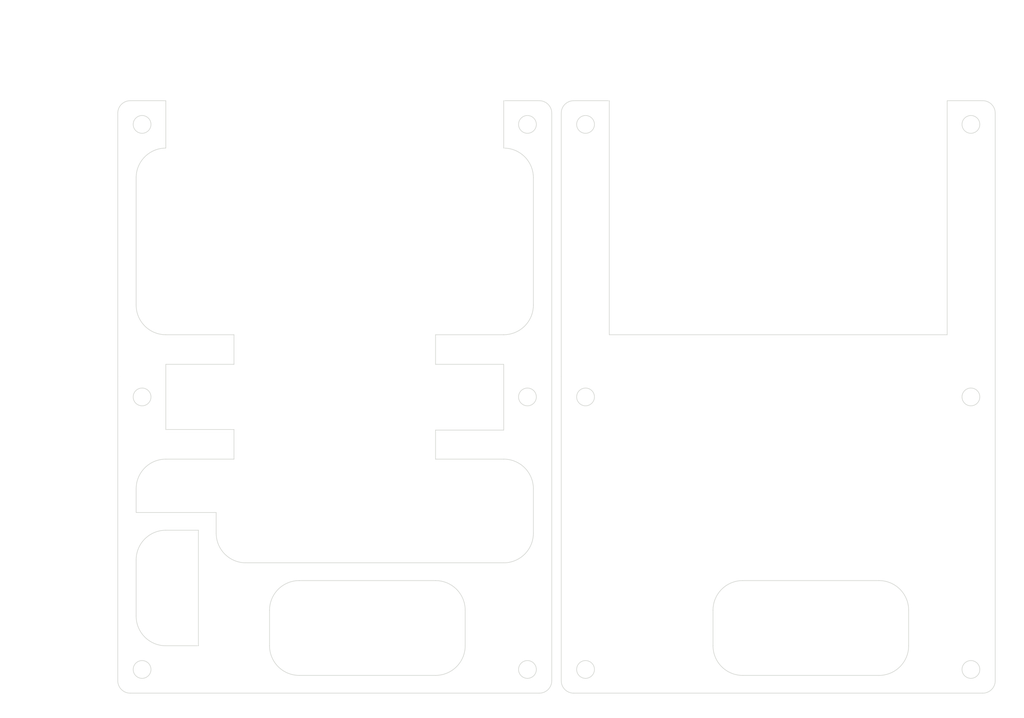
<source format=kicad_pcb>
(kicad_pcb (version 20171130) (host pcbnew "(5.1.6)-1")

  (general
    (thickness 1.6)
    (drawings 259)
    (tracks 0)
    (zones 0)
    (modules 0)
    (nets 1)
  )

  (page A4)
  (layers
    (0 F.Cu signal)
    (31 B.Cu signal)
    (32 B.Adhes user)
    (33 F.Adhes user)
    (34 B.Paste user)
    (35 F.Paste user)
    (36 B.SilkS user)
    (37 F.SilkS user)
    (38 B.Mask user)
    (39 F.Mask user)
    (40 Dwgs.User user)
    (41 Cmts.User user)
    (42 Eco1.User user)
    (43 Eco2.User user)
    (44 Edge.Cuts user)
    (45 Margin user)
    (46 B.CrtYd user)
    (47 F.CrtYd user)
    (48 B.Fab user)
    (49 F.Fab user)
  )

  (setup
    (last_trace_width 0.25)
    (user_trace_width 0.3)
    (user_trace_width 0.4)
    (user_trace_width 0.5)
    (user_trace_width 0.75)
    (user_trace_width 1)
    (user_trace_width 2)
    (user_trace_width 3)
    (user_trace_width 0.3)
    (user_trace_width 0.4)
    (user_trace_width 0.5)
    (user_trace_width 0.75)
    (user_trace_width 1)
    (user_trace_width 2)
    (user_trace_width 3)
    (user_trace_width 0.3)
    (user_trace_width 0.4)
    (user_trace_width 0.5)
    (user_trace_width 0.75)
    (user_trace_width 1)
    (user_trace_width 2)
    (user_trace_width 3)
    (user_trace_width 0.3)
    (user_trace_width 0.4)
    (user_trace_width 0.5)
    (user_trace_width 0.75)
    (user_trace_width 1)
    (user_trace_width 2)
    (user_trace_width 3)
    (user_trace_width 0.3)
    (user_trace_width 0.4)
    (user_trace_width 0.5)
    (user_trace_width 0.75)
    (user_trace_width 1)
    (user_trace_width 2)
    (user_trace_width 3)
    (user_trace_width 0.3)
    (user_trace_width 0.4)
    (user_trace_width 0.5)
    (user_trace_width 0.75)
    (user_trace_width 1)
    (user_trace_width 2)
    (user_trace_width 3)
    (trace_clearance 0.2)
    (zone_clearance 0.5)
    (zone_45_only yes)
    (trace_min 0.16)
    (via_size 0.8)
    (via_drill 0.4)
    (via_min_size 0.4)
    (via_min_drill 0.3)
    (user_via 0.65 0.3)
    (user_via 0.65 0.3)
    (user_via 0.65 0.3)
    (user_via 0.65 0.3)
    (user_via 0.65 0.3)
    (user_via 0.65 0.3)
    (uvia_size 0.3)
    (uvia_drill 0.1)
    (uvias_allowed no)
    (uvia_min_size 0.2)
    (uvia_min_drill 0.1)
    (edge_width 0.1)
    (segment_width 0.2)
    (pcb_text_width 0.3)
    (pcb_text_size 1.5 1.5)
    (mod_edge_width 0.15)
    (mod_text_size 1 1)
    (mod_text_width 0.15)
    (pad_size 5.5 5.5)
    (pad_drill 3.2)
    (pad_to_mask_clearance 0.05)
    (aux_axis_origin 111 49)
    (grid_origin 111 49)
    (visible_elements 7FFFFFFF)
    (pcbplotparams
      (layerselection 0x01000_7ffffffe)
      (usegerberextensions false)
      (usegerberattributes false)
      (usegerberadvancedattributes false)
      (creategerberjobfile false)
      (excludeedgelayer true)
      (linewidth 0.100000)
      (plotframeref false)
      (viasonmask false)
      (mode 1)
      (useauxorigin true)
      (hpglpennumber 1)
      (hpglpenspeed 20)
      (hpglpendiameter 15.000000)
      (psnegative false)
      (psa4output false)
      (plotreference true)
      (plotvalue true)
      (plotinvisibletext false)
      (padsonsilk false)
      (subtractmaskfromsilk true)
      (outputformat 3)
      (mirror false)
      (drillshape 0)
      (scaleselection 1)
      (outputdirectory "2_3_frame_Acryl10mm/"))
  )

  (net 0 "")

  (net_class Default "これはデフォルトのネット クラスです。"
    (clearance 0.2)
    (trace_width 0.25)
    (via_dia 0.8)
    (via_drill 0.4)
    (uvia_dia 0.3)
    (uvia_drill 0.1)
  )

  (gr_arc (start 132.5 122) (end 127.5 122) (angle -90) (layer Edge.Cuts) (width 0.1) (tstamp 5F34D379))
  (gr_arc (start 216.3 141) (end 211.3 141) (angle -90) (layer Edge.Cuts) (width 0.1) (tstamp 5F34C617))
  (gr_arc (start 216.3 135) (end 216.3 130) (angle -90) (layer Edge.Cuts) (width 0.1) (tstamp 5F34C610))
  (gr_arc (start 239.3 141) (end 239.3 146) (angle -90) (layer Edge.Cuts) (width 0.1) (tstamp 5F34C605))
  (gr_arc (start 239.3 135) (end 244.3 135) (angle -90) (layer Edge.Cuts) (width 0.1) (tstamp 5F34C5FF))
  (gr_arc (start 164.5 135) (end 169.5 135) (angle -90) (layer Edge.Cuts) (width 0.1) (tstamp 5F34C5F9))
  (gr_arc (start 164.5 141) (end 164.5 146) (angle -90) (layer Edge.Cuts) (width 0.1) (tstamp 5F34C5EE))
  (gr_arc (start 119 136) (end 114 136) (angle -90) (layer Edge.Cuts) (width 0.1) (tstamp 5F34C5E6))
  (gr_arc (start 141.5 135) (end 141.5 130) (angle -90) (layer Edge.Cuts) (width 0.1) (tstamp 5F34C5DE))
  (gr_arc (start 141.5 141) (end 136.5 141) (angle -90) (layer Edge.Cuts) (width 0.1) (tstamp 5F34C5CE))
  (gr_arc (start 119 126.5) (end 119 121.5) (angle -90) (layer Edge.Cuts) (width 0.1) (tstamp 5F34C5C7))
  (gr_arc (start 119 114.5) (end 119 109.5) (angle -90) (layer Edge.Cuts) (width 0.1) (tstamp 5F34C5BE))
  (gr_arc (start 176 114.5) (end 181 114.5) (angle -90) (layer Edge.Cuts) (width 0.1) (tstamp 5F34C5B3))
  (gr_arc (start 176 122) (end 176 127) (angle -90) (layer Edge.Cuts) (width 0.1) (tstamp 5F34C5AC))
  (gr_arc (start 176 83.5) (end 176 88.5) (angle -90) (layer Edge.Cuts) (width 0.1) (tstamp 5F34C5A6))
  (gr_arc (start 119 83.5) (end 114 83.5) (angle -90) (layer Edge.Cuts) (width 0.1) (tstamp 5F34C5A0))
  (gr_arc (start 176 62) (end 181 62) (angle -90) (layer Edge.Cuts) (width 0.1) (tstamp 5F34C589))
  (gr_arc (start 119 62) (end 119 57) (angle -90) (layer Edge.Cuts) (width 0.1) (tstamp 5F34C572))
  (dimension 148 (width 0.15) (layer Cmts.User)
    (gr_text "148.000 mm" (at 184.9 45.7) (layer Cmts.User)
      (effects (font (size 1 1) (thickness 0.15)))
    )
    (feature1 (pts (xy 258.9 149) (xy 258.9 46.413579)))
    (feature2 (pts (xy 110.9 149) (xy 110.9 46.413579)))
    (crossbar (pts (xy 110.9 47) (xy 258.9 47)))
    (arrow1a (pts (xy 258.9 47) (xy 257.773496 47.586421)))
    (arrow1b (pts (xy 258.9 47) (xy 257.773496 46.413579)))
    (arrow2a (pts (xy 110.9 47) (xy 112.026504 47.586421)))
    (arrow2b (pts (xy 110.9 47) (xy 112.026504 46.413579)))
  )
  (dimension 100 (width 0.15) (layer Cmts.User)
    (gr_text "100.000 mm" (at 262.4 99 270) (layer Cmts.User)
      (effects (font (size 1 1) (thickness 0.15)))
    )
    (feature1 (pts (xy 110.9 149) (xy 261.686421 149)))
    (feature2 (pts (xy 110.9 49) (xy 261.686421 49)))
    (crossbar (pts (xy 261.1 49) (xy 261.1 149)))
    (arrow1a (pts (xy 261.1 149) (xy 260.513579 147.873496)))
    (arrow1b (pts (xy 261.1 149) (xy 261.686421 147.873496)))
    (arrow2a (pts (xy 261.1 49) (xy 260.513579 50.126504)))
    (arrow2b (pts (xy 261.1 49) (xy 261.686421 50.126504)))
  )
  (dimension 148 (width 0.15) (layer Dwgs.User)
    (gr_text "148.000 mm" (at 184.9 45.3) (layer Dwgs.User)
      (effects (font (size 1 1) (thickness 0.15)))
    )
    (feature1 (pts (xy 258.9 146.9) (xy 258.9 46.013579)))
    (feature2 (pts (xy 110.9 146.9) (xy 110.9 46.013579)))
    (crossbar (pts (xy 110.9 46.6) (xy 258.9 46.6)))
    (arrow1a (pts (xy 258.9 46.6) (xy 257.773496 47.186421)))
    (arrow1b (pts (xy 258.9 46.6) (xy 257.773496 46.013579)))
    (arrow2a (pts (xy 110.9 46.6) (xy 112.026504 47.186421)))
    (arrow2b (pts (xy 110.9 46.6) (xy 112.026504 46.013579)))
  )
  (gr_line (start 185.7 146.9) (end 185.7 95.6) (layer Edge.Cuts) (width 0.1) (tstamp 5EFD41CE))
  (gr_line (start 187.8 149) (end 256.8 149) (layer Edge.Cuts) (width 0.1) (tstamp 5EFD41CD))
  (gr_arc (start 256.8 146.9) (end 256.8 149) (angle -90) (layer Edge.Cuts) (width 0.1) (tstamp 5EFD41CC))
  (gr_circle (center 254.8 145) (end 256.3 145) (layer Edge.Cuts) (width 0.1) (tstamp 5EFD41CB))
  (gr_circle (center 254.8 53) (end 256.3 53) (layer Edge.Cuts) (width 0.1) (tstamp 5EFD41CA))
  (gr_line (start 185.7 95.6) (end 185.7 51.1) (layer Edge.Cuts) (width 0.1) (tstamp 5EFD41C9))
  (gr_line (start 258.9 102.4) (end 258.9 51.1) (layer Edge.Cuts) (width 0.1) (tstamp 5EFD41C8))
  (gr_arc (start 187.8 146.9) (end 185.7 146.9) (angle -90) (layer Edge.Cuts) (width 0.1) (tstamp 5EFD41C7))
  (gr_circle (center 189.8 53) (end 191.3 53) (layer Edge.Cuts) (width 0.1) (tstamp 5EFD41C6))
  (gr_line (start 258.9 102.4) (end 258.9 146.9) (layer Edge.Cuts) (width 0.1) (tstamp 5EFD41C5))
  (gr_arc (start 187.8 51.1) (end 187.8 49) (angle -90) (layer Edge.Cuts) (width 0.1) (tstamp 5EFD41C4))
  (gr_circle (center 189.8 145) (end 188.3 145) (layer Edge.Cuts) (width 0.1) (tstamp 5EFD41C3))
  (gr_arc (start 256.8 51.1) (end 258.9 51.1) (angle -90) (layer Edge.Cuts) (width 0.1) (tstamp 5EFD41C2))
  (gr_line (start 193.8 49) (end 193.8 88.5) (layer Edge.Cuts) (width 0.1) (tstamp 5EFD41BD))
  (gr_circle (center 254.8 99) (end 256.3 99) (layer Edge.Cuts) (width 0.1) (tstamp 5EFD41B7))
  (gr_line (start 211.3 141) (end 211.3 135) (layer Edge.Cuts) (width 0.1) (tstamp 5EFD41B6))
  (gr_circle (center 189.8 99) (end 191.3 99) (layer Edge.Cuts) (width 0.1) (tstamp 5EFD41B2))
  (gr_line (start 256.8 49) (end 250.8 49) (layer Edge.Cuts) (width 0.1) (tstamp 5EFD41B0))
  (gr_line (start 216.3 130) (end 239.3 130) (layer Edge.Cuts) (width 0.1) (tstamp 5EFD41AD))
  (gr_line (start 244.3 135) (end 244.3 141) (layer Edge.Cuts) (width 0.1) (tstamp 5EFD41A8))
  (gr_line (start 250.8 88.5) (end 250.8 49) (layer Edge.Cuts) (width 0.1) (tstamp 5EFD41A3))
  (gr_line (start 187.8 49) (end 193.8 49) (layer Edge.Cuts) (width 0.1) (tstamp 5EFD41A2))
  (gr_line (start 239.3 146) (end 216.3 146) (layer Edge.Cuts) (width 0.1) (tstamp 5EFD41A0))
  (gr_line (start 193.8 88.5) (end 250.8 88.5) (layer Edge.Cuts) (width 0.1) (tstamp 5EFD419E))
  (dimension 100 (width 0.15) (layer Dwgs.User)
    (gr_text "100.000 mm" (at 262.3 99 270) (layer Dwgs.User)
      (effects (font (size 1 1) (thickness 0.15)))
    )
    (feature1 (pts (xy 119 149) (xy 261.586421 149)))
    (feature2 (pts (xy 119 49) (xy 261.586421 49)))
    (crossbar (pts (xy 261 49) (xy 261 149)))
    (arrow1a (pts (xy 261 149) (xy 260.413579 147.873496)))
    (arrow1b (pts (xy 261 149) (xy 261.586421 147.873496)))
    (arrow2a (pts (xy 261 49) (xy 260.413579 50.126504)))
    (arrow2b (pts (xy 261 49) (xy 261.586421 50.126504)))
  )
  (gr_circle (center 180 99) (end 181.5 99) (layer Edge.Cuts) (width 0.1) (tstamp 5EF18B62))
  (gr_circle (center 115 99) (end 116.5 99) (layer Edge.Cuts) (width 0.1) (tstamp 5EF18B60))
  (gr_line (start 124.5 121.5) (end 124.5 141) (layer Edge.Cuts) (width 0.1) (tstamp 5EF18B50))
  (gr_line (start 119 121.5) (end 124.5 121.5) (layer Edge.Cuts) (width 0.1))
  (gr_line (start 114 136) (end 114 126.5) (layer Edge.Cuts) (width 0.1))
  (gr_line (start 124.5 141) (end 119 141) (layer Edge.Cuts) (width 0.1))
  (gr_line (start 141.5 130) (end 164.5 130) (layer Edge.Cuts) (width 0.1) (tstamp 5EF18B4F))
  (gr_line (start 136.5 141) (end 136.5 135) (layer Edge.Cuts) (width 0.1))
  (gr_line (start 164.5 146) (end 141.5 146) (layer Edge.Cuts) (width 0.1))
  (gr_line (start 169.5 135) (end 169.5 141) (layer Edge.Cuts) (width 0.1))
  (gr_line (start 111 99) (end 184 99) (layer Dwgs.User) (width 0.15))
  (dimension 36.5 (width 0.15) (layer Dwgs.User)
    (gr_text "36.500 mm" (at 129.25 32.7) (layer Dwgs.User)
      (effects (font (size 1 1) (thickness 0.15)))
    )
    (feature1 (pts (xy 147.5 149) (xy 147.5 33.413579)))
    (feature2 (pts (xy 111 149) (xy 111 33.413579)))
    (crossbar (pts (xy 111 34) (xy 147.5 34)))
    (arrow1a (pts (xy 147.5 34) (xy 146.373496 34.586421)))
    (arrow1b (pts (xy 147.5 34) (xy 146.373496 33.413579)))
    (arrow2a (pts (xy 111 34) (xy 112.126504 34.586421)))
    (arrow2b (pts (xy 111 34) (xy 112.126504 33.413579)))
  )
  (dimension 73 (width 0.15) (layer Dwgs.User)
    (gr_text "73.000 mm" (at 147.5 37.7) (layer Dwgs.User)
      (effects (font (size 1 1) (thickness 0.15)))
    )
    (feature1 (pts (xy 184 149) (xy 184 38.413579)))
    (feature2 (pts (xy 111 149) (xy 111 38.413579)))
    (crossbar (pts (xy 111 39) (xy 184 39)))
    (arrow1a (pts (xy 184 39) (xy 182.873496 39.586421)))
    (arrow1b (pts (xy 184 39) (xy 182.873496 38.413579)))
    (arrow2a (pts (xy 111 39) (xy 112.126504 39.586421)))
    (arrow2b (pts (xy 111 39) (xy 112.126504 38.413579)))
  )
  (dimension 100 (width 0.15) (layer Dwgs.User)
    (gr_text "100.000 mm" (at 104.2 99 270) (layer Dwgs.User)
      (effects (font (size 1 1) (thickness 0.15)))
    )
    (feature1 (pts (xy 226.5 149) (xy 104.913579 149)))
    (feature2 (pts (xy 226.5 49) (xy 104.913579 49)))
    (crossbar (pts (xy 105.5 49) (xy 105.5 149)))
    (arrow1a (pts (xy 105.5 149) (xy 104.913579 147.873496)))
    (arrow1b (pts (xy 105.5 149) (xy 106.086421 147.873496)))
    (arrow2a (pts (xy 105.5 49) (xy 104.913579 50.126504)))
    (arrow2b (pts (xy 105.5 49) (xy 106.086421 50.126504)))
  )
  (gr_line (start 111 99) (end 184 99) (layer Dwgs.User) (width 0.15))
  (dimension 73 (width 0.15) (layer Dwgs.User)
    (gr_text "73.000 mm" (at 147.5 37.7) (layer Dwgs.User)
      (effects (font (size 1 1) (thickness 0.15)))
    )
    (feature1 (pts (xy 184 149) (xy 184 38.413579)))
    (feature2 (pts (xy 111 149) (xy 111 38.413579)))
    (crossbar (pts (xy 111 39) (xy 184 39)))
    (arrow1a (pts (xy 184 39) (xy 182.873496 39.586421)))
    (arrow1b (pts (xy 184 39) (xy 182.873496 38.413579)))
    (arrow2a (pts (xy 111 39) (xy 112.126504 39.586421)))
    (arrow2b (pts (xy 111 39) (xy 112.126504 38.413579)))
  )
  (dimension 36.5 (width 0.15) (layer Dwgs.User)
    (gr_text "36.500 mm" (at 129.25 32.7) (layer Dwgs.User)
      (effects (font (size 1 1) (thickness 0.15)))
    )
    (feature1 (pts (xy 147.5 149) (xy 147.5 33.413579)))
    (feature2 (pts (xy 111 149) (xy 111 33.413579)))
    (crossbar (pts (xy 111 34) (xy 147.5 34)))
    (arrow1a (pts (xy 147.5 34) (xy 146.373496 34.586421)))
    (arrow1b (pts (xy 147.5 34) (xy 146.373496 33.413579)))
    (arrow2a (pts (xy 111 34) (xy 112.126504 34.586421)))
    (arrow2b (pts (xy 111 34) (xy 112.126504 33.413579)))
  )
  (dimension 100 (width 0.15) (layer Dwgs.User)
    (gr_text "100.000 mm" (at 104.2 99 270) (layer Dwgs.User)
      (effects (font (size 1 1) (thickness 0.15)))
    )
    (feature1 (pts (xy 226.5 149) (xy 104.913579 149)))
    (feature2 (pts (xy 226.5 49) (xy 104.913579 49)))
    (crossbar (pts (xy 105.5 49) (xy 105.5 149)))
    (arrow1a (pts (xy 105.5 149) (xy 104.913579 147.873496)))
    (arrow1b (pts (xy 105.5 149) (xy 106.086421 147.873496)))
    (arrow2a (pts (xy 105.5 49) (xy 104.913579 50.126504)))
    (arrow2b (pts (xy 105.5 49) (xy 106.086421 50.126504)))
  )
  (dimension 73 (width 0.15) (layer Dwgs.User)
    (gr_text "73.000 mm" (at 147.6 37.7) (layer Dwgs.User)
      (effects (font (size 1 1) (thickness 0.15)))
    )
    (feature1 (pts (xy 184.1 149) (xy 184.1 38.413579)))
    (feature2 (pts (xy 111.1 149) (xy 111.1 38.413579)))
    (crossbar (pts (xy 111.1 39) (xy 184.1 39)))
    (arrow1a (pts (xy 184.1 39) (xy 182.973496 39.586421)))
    (arrow1b (pts (xy 184.1 39) (xy 182.973496 38.413579)))
    (arrow2a (pts (xy 111.1 39) (xy 112.226504 39.586421)))
    (arrow2b (pts (xy 111.1 39) (xy 112.226504 38.413579)))
  )
  (gr_line (start 111 99) (end 184 99) (layer Dwgs.User) (width 0.15))
  (dimension 100 (width 0.15) (layer Dwgs.User)
    (gr_text "100.000 mm" (at 104.3 99 270) (layer Dwgs.User)
      (effects (font (size 1 1) (thickness 0.15)))
    )
    (feature1 (pts (xy 226.6 149) (xy 105.013579 149)))
    (feature2 (pts (xy 226.6 49) (xy 105.013579 49)))
    (crossbar (pts (xy 105.6 49) (xy 105.6 149)))
    (arrow1a (pts (xy 105.6 149) (xy 105.013579 147.873496)))
    (arrow1b (pts (xy 105.6 149) (xy 106.186421 147.873496)))
    (arrow2a (pts (xy 105.6 49) (xy 105.013579 50.126504)))
    (arrow2b (pts (xy 105.6 49) (xy 106.186421 50.126504)))
  )
  (gr_line (start 113 49) (end 119 49) (layer Edge.Cuts) (width 0.1) (tstamp 5EF18B3A))
  (gr_line (start 182 49) (end 176 49) (layer Edge.Cuts) (width 0.1) (tstamp 5EF18B36))
  (gr_line (start 176 57) (end 176 49) (layer Edge.Cuts) (width 0.1))
  (gr_line (start 181 83.5) (end 181 62) (layer Edge.Cuts) (width 0.1))
  (gr_line (start 164.5 88.5) (end 176 88.5) (layer Edge.Cuts) (width 0.1))
  (gr_line (start 164.5 93.5) (end 164.5 88.5) (layer Edge.Cuts) (width 0.1))
  (gr_line (start 176 93.5) (end 164.5 93.5) (layer Edge.Cuts) (width 0.1))
  (gr_line (start 176 104.6) (end 176 93.5) (layer Edge.Cuts) (width 0.1))
  (gr_line (start 164.5 104.6) (end 176 104.6) (layer Edge.Cuts) (width 0.1))
  (gr_line (start 164.5 109.5) (end 164.5 104.6) (layer Edge.Cuts) (width 0.1))
  (gr_line (start 176 109.5) (end 164.5 109.5) (layer Edge.Cuts) (width 0.1))
  (gr_line (start 181 122) (end 181 114.5) (layer Edge.Cuts) (width 0.1))
  (gr_line (start 132.5 127) (end 176 127) (layer Edge.Cuts) (width 0.1))
  (gr_line (start 127.5 118.5) (end 127.5 122) (layer Edge.Cuts) (width 0.1))
  (gr_line (start 114 118.5) (end 127.5 118.5) (layer Edge.Cuts) (width 0.1))
  (gr_line (start 114 114.5) (end 114 118.5) (layer Edge.Cuts) (width 0.1))
  (gr_line (start 130.5 109.5) (end 119 109.5) (layer Edge.Cuts) (width 0.1))
  (gr_line (start 130.5 104.5) (end 130.5 109.5) (layer Edge.Cuts) (width 0.1))
  (gr_line (start 119 104.5) (end 130.5 104.5) (layer Edge.Cuts) (width 0.1))
  (gr_line (start 119 93.5) (end 119 104.5) (layer Edge.Cuts) (width 0.1))
  (gr_line (start 130.5 93.5) (end 119 93.5) (layer Edge.Cuts) (width 0.1))
  (gr_line (start 130.5 88.5) (end 130.5 93.5) (layer Edge.Cuts) (width 0.1))
  (gr_line (start 119 88.5) (end 130.5 88.5) (layer Edge.Cuts) (width 0.1))
  (gr_line (start 114 62) (end 114 83.5) (layer Edge.Cuts) (width 0.1))
  (gr_line (start 119 49) (end 119 57) (layer Edge.Cuts) (width 0.1))
  (gr_line (start 130.5 93.5) (end 130.5 88.5) (layer Dwgs.User) (width 0.15) (tstamp 5EED8B54))
  (gr_line (start 164.5 109.5) (end 181 109.5) (layer Dwgs.User) (width 0.15))
  (gr_line (start 164.5 104.5) (end 164.5 109.5) (layer Dwgs.User) (width 0.15))
  (gr_line (start 176 104.5) (end 164.5 104.5) (layer Dwgs.User) (width 0.15))
  (gr_line (start 176 103) (end 176 104.5) (layer Dwgs.User) (width 0.15))
  (gr_line (start 181 88.5) (end 180 88.5) (layer Dwgs.User) (width 0.15) (tstamp 5EEC7D2B))
  (gr_line (start 176 93.5) (end 176 95) (layer Dwgs.User) (width 0.15) (tstamp 5EEC7D2A))
  (gr_line (start 164.5 93.5) (end 176 93.5) (layer Dwgs.User) (width 0.15))
  (gr_line (start 164.5 88.5) (end 164.5 93.5) (layer Dwgs.User) (width 0.15))
  (gr_line (start 180 88.5) (end 164.5 88.5) (layer Dwgs.User) (width 0.15))
  (gr_line (start 119 103) (end 119 104.5) (layer Dwgs.User) (width 0.15) (tstamp 5EEC7D26))
  (gr_line (start 130.5 109.5) (end 114 109.5) (layer Dwgs.User) (width 0.15))
  (gr_line (start 130.5 104.5) (end 130.5 109.5) (layer Dwgs.User) (width 0.15))
  (gr_line (start 119 104.5) (end 130.5 104.5) (layer Dwgs.User) (width 0.15))
  (gr_line (start 130.5 88.5) (end 114 88.5) (layer Dwgs.User) (width 0.15))
  (gr_line (start 126 93.5) (end 130.5 93.5) (layer Dwgs.User) (width 0.15))
  (gr_line (start 119 93.5) (end 119 95) (layer Dwgs.User) (width 0.15) (tstamp 5EEC7D25))
  (gr_line (start 126 93.5) (end 119 93.5) (layer Dwgs.User) (width 0.15))
  (gr_line (start 124.5 121.5) (end 124.5 141) (layer Dwgs.User) (width 0.15) (tstamp 5EDE6C6F))
  (gr_line (start 114 118.5) (end 127.5 118.5) (layer Dwgs.User) (width 0.15))
  (gr_line (start 127.5 146) (end 127.5 118.5) (layer Dwgs.User) (width 0.15))
  (gr_line (start 124.5 121.5) (end 114 121.5) (layer Dwgs.User) (width 0.15))
  (gr_line (start 119 141) (end 124.5 141) (layer Dwgs.User) (width 0.15))
  (dimension 22 (width 0.15) (layer Dwgs.User)
    (gr_text "22.000 mm" (at 158.5 153.8) (layer Dwgs.User)
      (effects (font (size 1 1) (thickness 0.15)))
    )
    (feature1 (pts (xy 169.5 130) (xy 169.5 153.086421)))
    (feature2 (pts (xy 147.5 130) (xy 147.5 153.086421)))
    (crossbar (pts (xy 147.5 152.5) (xy 169.5 152.5)))
    (arrow1a (pts (xy 169.5 152.5) (xy 168.373496 153.086421)))
    (arrow1b (pts (xy 169.5 152.5) (xy 168.373496 151.913579)))
    (arrow2a (pts (xy 147.5 152.5) (xy 148.626504 153.086421)))
    (arrow2b (pts (xy 147.5 152.5) (xy 148.626504 151.913579)))
  )
  (dimension 11 (width 0.15) (layer Dwgs.User)
    (gr_text "11.000 mm" (at 142 153.8) (layer Dwgs.User)
      (effects (font (size 1 1) (thickness 0.15)))
    )
    (feature1 (pts (xy 136.5 130) (xy 136.5 153.086421)))
    (feature2 (pts (xy 147.5 130) (xy 147.5 153.086421)))
    (crossbar (pts (xy 147.5 152.5) (xy 136.5 152.5)))
    (arrow1a (pts (xy 136.5 152.5) (xy 137.626504 151.913579)))
    (arrow1b (pts (xy 136.5 152.5) (xy 137.626504 153.086421)))
    (arrow2a (pts (xy 147.5 152.5) (xy 146.373496 151.913579)))
    (arrow2b (pts (xy 147.5 152.5) (xy 146.373496 153.086421)))
  )
  (gr_line (start 114 141) (end 114 130) (layer Dwgs.User) (width 0.15) (tstamp 5EC77A6E))
  (gr_line (start 119 141) (end 119 146) (layer Dwgs.User) (width 0.15))
  (gr_line (start 114 141) (end 119 141) (layer Dwgs.User) (width 0.15))
  (gr_line (start 176 141) (end 181 141) (layer Dwgs.User) (width 0.15))
  (gr_line (start 176 146) (end 176 141) (layer Dwgs.User) (width 0.15))
  (gr_line (start 176 103) (end 181 103) (layer Dwgs.User) (width 0.15))
  (gr_line (start 176 95) (end 176 103) (layer Dwgs.User) (width 0.15))
  (gr_line (start 181 95) (end 176 95) (layer Dwgs.User) (width 0.15))
  (gr_line (start 119 103) (end 114 103) (layer Dwgs.User) (width 0.15))
  (gr_line (start 119 95) (end 119 103) (layer Dwgs.User) (width 0.15))
  (gr_line (start 114 95) (end 119 95) (layer Dwgs.User) (width 0.15))
  (gr_line (start 181 141) (end 181 130) (layer Dwgs.User) (width 0.15) (tstamp 5EC765D5))
  (gr_line (start 181 130) (end 146 130) (layer Dwgs.User) (width 0.15) (tstamp 5EC75C1F))
  (gr_line (start 114 127) (end 181 127) (layer Dwgs.User) (width 0.15))
  (gr_line (start 146 130) (end 114 130) (layer Dwgs.User) (width 0.15))
  (gr_line (start 181 95) (end 181 75) (layer Dwgs.User) (width 0.15) (tstamp 5EC75B5A))
  (gr_line (start 181 127) (end 181 103) (layer Dwgs.User) (width 0.15))
  (gr_line (start 119 146) (end 176 146) (layer Dwgs.User) (width 0.15))
  (gr_line (start 114 103) (end 114 127) (layer Dwgs.User) (width 0.15))
  (gr_line (start 114 75) (end 114 95) (layer Dwgs.User) (width 0.15))
  (dimension 50 (width 0.15) (layer Dwgs.User)
    (gr_text "50.000 mm" (at 94.7 74 270) (layer Dwgs.User)
      (effects (font (size 1 1) (thickness 0.15)))
    )
    (feature1 (pts (xy 111 99) (xy 95.413579 99)))
    (feature2 (pts (xy 111 49) (xy 95.413579 49)))
    (crossbar (pts (xy 96 49) (xy 96 99)))
    (arrow1a (pts (xy 96 99) (xy 95.413579 97.873496)))
    (arrow1b (pts (xy 96 99) (xy 96.586421 97.873496)))
    (arrow2a (pts (xy 96 49) (xy 95.413579 50.126504)))
    (arrow2b (pts (xy 96 49) (xy 96.586421 50.126504)))
  )
  (gr_line (start 176 57) (end 176 49) (layer Dwgs.User) (width 0.15))
  (gr_line (start 181 57) (end 176 57) (layer Dwgs.User) (width 0.15))
  (gr_line (start 181 75) (end 181 57) (layer Dwgs.User) (width 0.15))
  (gr_line (start 114 57) (end 114 75) (layer Dwgs.User) (width 0.15))
  (gr_line (start 119 57) (end 114 57) (layer Dwgs.User) (width 0.15))
  (gr_line (start 119 49) (end 119 57) (layer Dwgs.User) (width 0.15))
  (gr_line (start 130.5 93.5) (end 130.5 88.5) (layer Dwgs.User) (width 0.15) (tstamp 5EED8B54))
  (gr_line (start 164.5 109.5) (end 181 109.5) (layer Dwgs.User) (width 0.15))
  (gr_line (start 164.5 104.5) (end 164.5 109.5) (layer Dwgs.User) (width 0.15))
  (gr_line (start 176 104.5) (end 164.5 104.5) (layer Dwgs.User) (width 0.15))
  (gr_line (start 176 103) (end 176 104.5) (layer Dwgs.User) (width 0.15))
  (gr_line (start 181 88.5) (end 180 88.5) (layer Dwgs.User) (width 0.15) (tstamp 5EEC7D2B))
  (gr_line (start 176 93.5) (end 176 95) (layer Dwgs.User) (width 0.15) (tstamp 5EEC7D2A))
  (gr_line (start 164.5 93.5) (end 176 93.5) (layer Dwgs.User) (width 0.15))
  (gr_line (start 164.5 88.5) (end 164.5 93.5) (layer Dwgs.User) (width 0.15))
  (gr_line (start 180 88.5) (end 164.5 88.5) (layer Dwgs.User) (width 0.15))
  (gr_line (start 119 103) (end 119 104.5) (layer Dwgs.User) (width 0.15) (tstamp 5EEC7D26))
  (gr_line (start 130.5 109.5) (end 114 109.5) (layer Dwgs.User) (width 0.15))
  (gr_line (start 130.5 104.5) (end 130.5 109.5) (layer Dwgs.User) (width 0.15))
  (gr_line (start 119 104.5) (end 130.5 104.5) (layer Dwgs.User) (width 0.15))
  (gr_line (start 130.5 88.5) (end 114 88.5) (layer Dwgs.User) (width 0.15))
  (gr_line (start 126 93.5) (end 130.5 93.5) (layer Dwgs.User) (width 0.15))
  (gr_line (start 119 93.5) (end 119 95) (layer Dwgs.User) (width 0.15) (tstamp 5EEC7D25))
  (gr_line (start 126 93.5) (end 119 93.5) (layer Dwgs.User) (width 0.15))
  (gr_line (start 124.5 121.5) (end 124.5 141) (layer Dwgs.User) (width 0.15) (tstamp 5EDE6C6F))
  (gr_line (start 114 118.5) (end 127.5 118.5) (layer Dwgs.User) (width 0.15))
  (gr_line (start 127.5 146) (end 127.5 118.5) (layer Dwgs.User) (width 0.15))
  (gr_line (start 124.5 121.5) (end 114 121.5) (layer Dwgs.User) (width 0.15))
  (gr_line (start 119 141) (end 124.5 141) (layer Dwgs.User) (width 0.15))
  (dimension 22 (width 0.15) (layer Dwgs.User)
    (gr_text "22.000 mm" (at 158.5 153.8) (layer Dwgs.User)
      (effects (font (size 1 1) (thickness 0.15)))
    )
    (feature1 (pts (xy 169.5 130) (xy 169.5 153.086421)))
    (feature2 (pts (xy 147.5 130) (xy 147.5 153.086421)))
    (crossbar (pts (xy 147.5 152.5) (xy 169.5 152.5)))
    (arrow1a (pts (xy 169.5 152.5) (xy 168.373496 153.086421)))
    (arrow1b (pts (xy 169.5 152.5) (xy 168.373496 151.913579)))
    (arrow2a (pts (xy 147.5 152.5) (xy 148.626504 153.086421)))
    (arrow2b (pts (xy 147.5 152.5) (xy 148.626504 151.913579)))
  )
  (dimension 11 (width 0.15) (layer Dwgs.User)
    (gr_text "11.000 mm" (at 142 153.8) (layer Dwgs.User)
      (effects (font (size 1 1) (thickness 0.15)))
    )
    (feature1 (pts (xy 136.5 130) (xy 136.5 153.086421)))
    (feature2 (pts (xy 147.5 130) (xy 147.5 153.086421)))
    (crossbar (pts (xy 147.5 152.5) (xy 136.5 152.5)))
    (arrow1a (pts (xy 136.5 152.5) (xy 137.626504 151.913579)))
    (arrow1b (pts (xy 136.5 152.5) (xy 137.626504 153.086421)))
    (arrow2a (pts (xy 147.5 152.5) (xy 146.373496 151.913579)))
    (arrow2b (pts (xy 147.5 152.5) (xy 146.373496 153.086421)))
  )
  (gr_line (start 114 141) (end 114 130) (layer Dwgs.User) (width 0.15) (tstamp 5EC77A6E))
  (gr_line (start 119 141) (end 119 146) (layer Dwgs.User) (width 0.15))
  (gr_line (start 114 141) (end 119 141) (layer Dwgs.User) (width 0.15))
  (gr_line (start 176 141) (end 181 141) (layer Dwgs.User) (width 0.15))
  (gr_line (start 176 146) (end 176 141) (layer Dwgs.User) (width 0.15))
  (gr_line (start 176 103) (end 181 103) (layer Dwgs.User) (width 0.15))
  (gr_line (start 176 95) (end 176 103) (layer Dwgs.User) (width 0.15))
  (gr_line (start 181 95) (end 176 95) (layer Dwgs.User) (width 0.15))
  (gr_line (start 119 103) (end 114 103) (layer Dwgs.User) (width 0.15))
  (gr_line (start 119 95) (end 119 103) (layer Dwgs.User) (width 0.15))
  (gr_line (start 114 95) (end 119 95) (layer Dwgs.User) (width 0.15))
  (gr_line (start 181 141) (end 181 130) (layer Dwgs.User) (width 0.15) (tstamp 5EC765D5))
  (gr_line (start 181 130) (end 146 130) (layer Dwgs.User) (width 0.15) (tstamp 5EC75C1F))
  (gr_line (start 114 127) (end 181 127) (layer Dwgs.User) (width 0.15))
  (gr_line (start 146 130) (end 114 130) (layer Dwgs.User) (width 0.15))
  (gr_line (start 181 95) (end 181 75) (layer Dwgs.User) (width 0.15) (tstamp 5EC75B5A))
  (gr_line (start 181 127) (end 181 103) (layer Dwgs.User) (width 0.15))
  (gr_line (start 119 146) (end 176 146) (layer Dwgs.User) (width 0.15))
  (gr_line (start 114 103) (end 114 127) (layer Dwgs.User) (width 0.15))
  (gr_line (start 114 75) (end 114 95) (layer Dwgs.User) (width 0.15))
  (dimension 50 (width 0.15) (layer Dwgs.User)
    (gr_text "50.000 mm" (at 94.7 74 270) (layer Dwgs.User)
      (effects (font (size 1 1) (thickness 0.15)))
    )
    (feature1 (pts (xy 111 99) (xy 95.413579 99)))
    (feature2 (pts (xy 111 49) (xy 95.413579 49)))
    (crossbar (pts (xy 96 49) (xy 96 99)))
    (arrow1a (pts (xy 96 99) (xy 95.413579 97.873496)))
    (arrow1b (pts (xy 96 99) (xy 96.586421 97.873496)))
    (arrow2a (pts (xy 96 49) (xy 95.413579 50.126504)))
    (arrow2b (pts (xy 96 49) (xy 96.586421 50.126504)))
  )
  (gr_line (start 176 57) (end 176 49) (layer Dwgs.User) (width 0.15))
  (gr_line (start 181 57) (end 176 57) (layer Dwgs.User) (width 0.15))
  (gr_line (start 181 75) (end 181 57) (layer Dwgs.User) (width 0.15))
  (gr_line (start 114 57) (end 114 75) (layer Dwgs.User) (width 0.15))
  (gr_line (start 119 57) (end 114 57) (layer Dwgs.User) (width 0.15))
  (gr_line (start 119 49) (end 119 57) (layer Dwgs.User) (width 0.15))
  (gr_arc (start 113 51.1) (end 113 49) (angle -90) (layer Edge.Cuts) (width 0.1))
  (gr_line (start 184.1 102.4) (end 184.1 51.1) (layer Edge.Cuts) (width 0.1) (tstamp 5EF167F2))
  (gr_arc (start 182 146.9) (end 182 149) (angle -90) (layer Edge.Cuts) (width 0.1) (tstamp 5EF182D1))
  (gr_arc (start 182 51.1) (end 184.1 51.1) (angle -90) (layer Edge.Cuts) (width 0.1) (tstamp 5EF182B7))
  (gr_arc (start 113 146.9) (end 110.9 146.9) (angle -90) (layer Edge.Cuts) (width 0.1) (tstamp 5EF182C4))
  (gr_circle (center 115 53) (end 116.5 53) (layer Edge.Cuts) (width 0.1))
  (gr_circle (center 180 145) (end 181.5 145) (layer Edge.Cuts) (width 0.1))
  (gr_line (start 113 149) (end 182 149) (layer Edge.Cuts) (width 0.1) (tstamp 5EF172C2))
  (gr_line (start 110.9 95.6) (end 110.9 51.1) (layer Edge.Cuts) (width 0.1) (tstamp 5EF16E12))
  (gr_line (start 110.9 146.9) (end 110.9 95.6) (layer Edge.Cuts) (width 0.1) (tstamp 5EF16E0B))
  (gr_circle (center 180 53) (end 181.5 53) (layer Edge.Cuts) (width 0.1))
  (gr_circle (center 115 145) (end 113.5 145) (layer Edge.Cuts) (width 0.1))
  (gr_line (start 184.1 102.4) (end 184.1 146.9) (layer Edge.Cuts) (width 0.1) (tstamp 5EF16DFF))
  (gr_line (start 130.5 93.5) (end 130.5 88.5) (layer Dwgs.User) (width 0.15) (tstamp 5EED8B54))
  (gr_line (start 164.5 109.5) (end 181 109.5) (layer Dwgs.User) (width 0.15))
  (gr_line (start 164.5 104.5) (end 164.5 109.5) (layer Dwgs.User) (width 0.15))
  (gr_line (start 176 104.5) (end 164.5 104.5) (layer Dwgs.User) (width 0.15))
  (gr_line (start 176 103) (end 176 104.5) (layer Dwgs.User) (width 0.15))
  (gr_line (start 181 88.5) (end 180 88.5) (layer Dwgs.User) (width 0.15) (tstamp 5EEC7D2B))
  (gr_line (start 176 93.5) (end 176 95) (layer Dwgs.User) (width 0.15) (tstamp 5EEC7D2A))
  (gr_line (start 164.5 93.5) (end 176 93.5) (layer Dwgs.User) (width 0.15))
  (gr_line (start 164.5 88.5) (end 164.5 93.5) (layer Dwgs.User) (width 0.15))
  (gr_line (start 180 88.5) (end 164.5 88.5) (layer Dwgs.User) (width 0.15))
  (gr_line (start 119 103) (end 119 104.5) (layer Dwgs.User) (width 0.15) (tstamp 5EEC7D26))
  (gr_line (start 130.5 109.5) (end 114 109.5) (layer Dwgs.User) (width 0.15))
  (gr_line (start 130.5 104.5) (end 130.5 109.5) (layer Dwgs.User) (width 0.15))
  (gr_line (start 119 104.5) (end 130.5 104.5) (layer Dwgs.User) (width 0.15))
  (gr_line (start 130.5 88.5) (end 114 88.5) (layer Dwgs.User) (width 0.15))
  (gr_line (start 126 93.5) (end 130.5 93.5) (layer Dwgs.User) (width 0.15))
  (gr_line (start 119 93.5) (end 119 95) (layer Dwgs.User) (width 0.15) (tstamp 5EEC7D25))
  (gr_line (start 126 93.5) (end 119 93.5) (layer Dwgs.User) (width 0.15))
  (gr_line (start 124.5 121.5) (end 124.5 141) (layer Dwgs.User) (width 0.15) (tstamp 5EDE6C6F))
  (gr_line (start 114 118.5) (end 127.5 118.5) (layer Dwgs.User) (width 0.15))
  (gr_line (start 127.5 146) (end 127.5 118.5) (layer Dwgs.User) (width 0.15))
  (gr_line (start 124.5 121.5) (end 114 121.5) (layer Dwgs.User) (width 0.15))
  (gr_line (start 119 141) (end 124.5 141) (layer Dwgs.User) (width 0.15))
  (gr_line (start 114 141) (end 114 130) (layer Dwgs.User) (width 0.15) (tstamp 5EC77A6E))
  (gr_line (start 119 141) (end 119 146) (layer Dwgs.User) (width 0.15))
  (gr_line (start 114 141) (end 119 141) (layer Dwgs.User) (width 0.15))
  (gr_line (start 176 141) (end 181 141) (layer Dwgs.User) (width 0.15))
  (gr_line (start 176 146) (end 176 141) (layer Dwgs.User) (width 0.15))
  (gr_line (start 176 103) (end 181 103) (layer Dwgs.User) (width 0.15))
  (gr_line (start 176 95) (end 176 103) (layer Dwgs.User) (width 0.15))
  (gr_line (start 181 95) (end 176 95) (layer Dwgs.User) (width 0.15))
  (gr_line (start 119 103) (end 114 103) (layer Dwgs.User) (width 0.15))
  (gr_line (start 119 95) (end 119 103) (layer Dwgs.User) (width 0.15))
  (gr_line (start 114 95) (end 119 95) (layer Dwgs.User) (width 0.15))
  (gr_line (start 181 141) (end 181 130) (layer Dwgs.User) (width 0.15) (tstamp 5EC765D5))
  (gr_line (start 181 130) (end 146 130) (layer Dwgs.User) (width 0.15) (tstamp 5EC75C1F))
  (gr_line (start 114 127) (end 181 127) (layer Dwgs.User) (width 0.15))
  (gr_line (start 146 130) (end 114 130) (layer Dwgs.User) (width 0.15))
  (gr_line (start 181 95) (end 181 75) (layer Dwgs.User) (width 0.15) (tstamp 5EC75B5A))
  (gr_line (start 181 127) (end 181 103) (layer Dwgs.User) (width 0.15))
  (gr_line (start 119 146) (end 176 146) (layer Dwgs.User) (width 0.15))
  (gr_line (start 114 103) (end 114 127) (layer Dwgs.User) (width 0.15))
  (gr_line (start 114 75) (end 114 95) (layer Dwgs.User) (width 0.15))
  (gr_line (start 176 57) (end 176 49) (layer Dwgs.User) (width 0.15))
  (gr_line (start 181 57) (end 176 57) (layer Dwgs.User) (width 0.15))
  (gr_line (start 181 75) (end 181 57) (layer Dwgs.User) (width 0.15))
  (gr_line (start 114 57) (end 114 75) (layer Dwgs.User) (width 0.15))
  (gr_line (start 119 57) (end 114 57) (layer Dwgs.User) (width 0.15))
  (gr_line (start 119 49) (end 119 57) (layer Dwgs.User) (width 0.15))
  (dimension 50 (width 0.15) (layer Dwgs.User)
    (gr_text "50.000 mm" (at 94.7 74 270) (layer Dwgs.User)
      (effects (font (size 1 1) (thickness 0.15)))
    )
    (feature1 (pts (xy 111 99) (xy 95.413579 99)))
    (feature2 (pts (xy 111 49) (xy 95.413579 49)))
    (crossbar (pts (xy 96 49) (xy 96 99)))
    (arrow1a (pts (xy 96 99) (xy 95.413579 97.873496)))
    (arrow1b (pts (xy 96 99) (xy 96.586421 97.873496)))
    (arrow2a (pts (xy 96 49) (xy 95.413579 50.126504)))
    (arrow2b (pts (xy 96 49) (xy 96.586421 50.126504)))
  )

)

</source>
